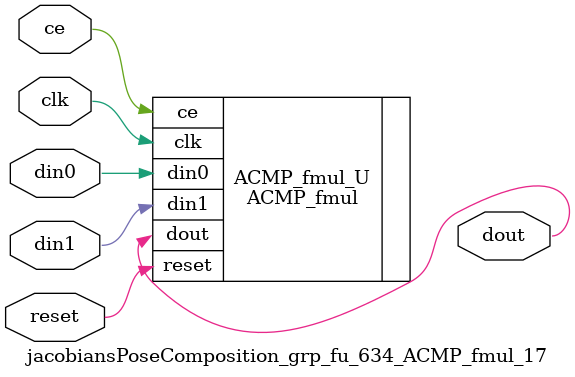
<source format=v>

`timescale 1 ns / 1 ps
module jacobiansPoseComposition_grp_fu_634_ACMP_fmul_17(
    clk,
    reset,
    ce,
    din0,
    din1,
    dout);

parameter ID = 32'd1;
parameter NUM_STAGE = 32'd1;
parameter din0_WIDTH = 32'd1;
parameter din1_WIDTH = 32'd1;
parameter dout_WIDTH = 32'd1;
input clk;
input reset;
input ce;
input[din0_WIDTH - 1:0] din0;
input[din1_WIDTH - 1:0] din1;
output[dout_WIDTH - 1:0] dout;



ACMP_fmul #(
.ID( ID ),
.NUM_STAGE( 4 ),
.din0_WIDTH( din0_WIDTH ),
.din1_WIDTH( din1_WIDTH ),
.dout_WIDTH( dout_WIDTH ))
ACMP_fmul_U(
    .clk( clk ),
    .reset( reset ),
    .ce( ce ),
    .din0( din0 ),
    .din1( din1 ),
    .dout( dout ));

endmodule

</source>
